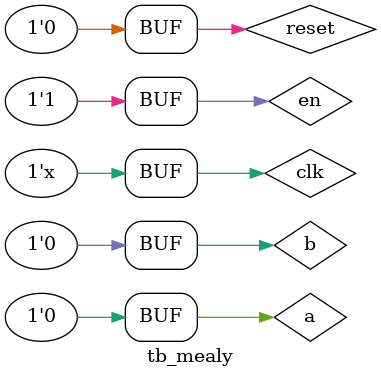
<source format=v>
`timescale 1ns/100 ps

module tb_mealy;

   reg a=0,clk=1,reset=0,b=0,en=1;
   wire s;

   initial
      begin

      // time = 0ns
      reset = 1;
      a = 0;
      b = 0;
        
      // time = 10ns
      #10
      reset = 0;
      a = 0;
      b = 0;
        
      // time = 20ns
      #10
      reset = 0;
      a = 0;
      b = 1;

      // time = 30ns
      #10
      reset = 0;
      a = 0;
      b = 1;

      // time =40ns
      #10 
      reset = 0;
      a = 1;
      b = 1;

      #10
      reset = 0;
      a = 0;
      b = 1;
        
      // time = 70ns
      #10
      reset = 0;
      a = 1;
      b = 0;

      // time = 80ns
      #10
      reset = 0;
      a = 1;
      b = 1;

      // time =90ns
      #10 
      reset = 0;
      a = 0;
      b = 0;
      end

   // set up a free running clock with period 10 ns
   always
      begin
      clk = #5 ~clk;
      end

        
   // instantiate the negator as the unit under test (uut)
   behavioral_fsm uut (.a(a),.clk(clk),.reset(reset),.s(s),.b(b),.enable(en)); 

endmodule

</source>
